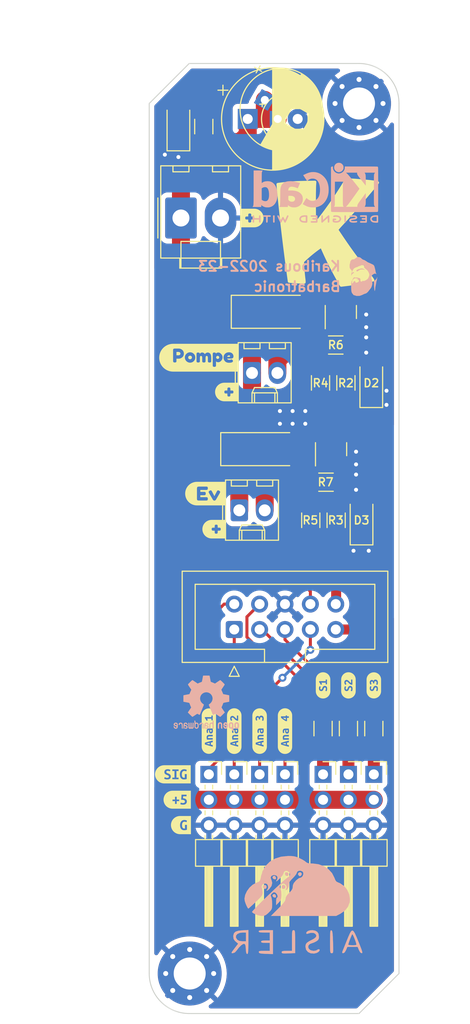
<source format=kicad_pcb>
(kicad_pcb (version 20211014) (generator pcbnew)
  (layers (0 "F.Cu" signal) (31 "B.Cu" signal) (34 "B.Paste" user) (35 "F.Paste" user) (36 "B.SilkS" user "B.Silkscreen") (37 "F.SilkS" user "F.Silkscreen") (38 "B.Mask" user) (39 "F.Mask" user) (44 "Edge.Cuts" user))
  (net 0 "")
  (net 1 "+5VP")
  (net 2 "GND")
  (net 3 "Net-(D1-Pad2)")
  (net 4 "IO_P_2")
  (net 5 "IO_P_1")
  (net 6 "IO_A_4")
  (net 7 "IO_A_3")
  (net 8 "IO_D_3")
  (net 9 "IO_D_1")
  (net 10 "IO_D_2")
  (net 11 "IO_A_2")
  (net 12 "IO_A_1")
  (net 13 "Net-(D2-Pad2)")
  (net 14 "Net-(D3-Pad2)")
  (net 15 "Net-(D4-Pad2)")
  (net 16 "Net-(D5-Pad2)")
  (net 17 "Net-(Q1-Pad1)")
  (net 18 "Net-(Q2-Pad1)")
  (net 19 "Net-(J3-Pad1)")
  (net 20 "Net-(J4-Pad1)")
  (net 21 "Net-(J5-Pad1)")
  (footprint "MountingHole:MountingHole_3.2mm_M3_Pad_Via" (layer "F.Cu") (at 156 49)
    (fp_text reference "H1" hide)
    (fp_text value "MountingHole_Pad")
    (pad "1" thru_hole circle locked (at 1.697056 -1.697056) (size 0.8 0.8) (drill 0.5) (layers *.Cu *.Mask) (net 2 "GND"))
    (pad "1" thru_hole circle locked (at 0 -2.4) (size 0.8 0.8) (drill 0.5) (layers *.Cu *.Mask) (net 2 "GND"))
    (pad "1" thru_hole circle locked (at 0 0) (size 6.4 6.4) (drill 3.2) (layers *.Cu *.Mask) (net 2 "GND"))
    (pad "1" thru_hole circle locked (at 0 2.4) (size 0.8 0.8) (drill 0.5) (layers *.Cu *.Mask) (net 2 "GND"))
    (pad "1" thru_hole circle locked (at 1.697056 1.697056) (size 0.8 0.8) (drill 0.5) (layers *.Cu *.Mask) (net 2 "GND"))
    (pad "1" thru_hole circle locked (at -1.697056 -1.697056) (size 0.8 0.8) (drill 0.5) (layers *.Cu *.Mask) (net 2 "GND"))
    (pad "1" thru_hole circle locked (at -2.4 0) (size 0.8 0.8) (drill 0.5) (layers *.Cu *.Mask) (net 2 "GND"))
    (pad "1" thru_hole circle locked (at 2.4 0) (size 0.8 0.8) (drill 0.5) (layers *.Cu *.Mask) (net 2 "GND"))
    (pad "1" thru_hole circle locked (at -1.697056 1.697056) (size 0.8 0.8) (drill 0.5) (layers *.Cu *.Mask) (net 2 "GND"))
  )
  (footprint "Footprints:PinHeader_3x01_P2.54mm_Horizontal" (layer "F.Cu") (at 140.97 118.6275 -90)
    (fp_text reference "J11" hide)
    (fp_text value "Conn_01x03")
    (pad "1" thru_hole rect (at -2.54 0 270) (size 1.7 1.7) (drill 1) (layers *.Cu *.Mask) (net 12 "IO_A_1"))
    (pad "2" thru_hole oval (at 0 0 270) (size 1.7 1.7) (drill 1) (layers *.Cu *.Mask) (net 1 "+5VP"))
    (pad "3" thru_hole oval (at 2.54 0 270) (size 1.7 1.7) (drill 1) (layers *.Cu *.Mask) (net 2 "GND"))
  )
  (footprint "Resistor_SMD:R_1206_3216Metric_Pad1.30x1.75mm_HandSolder" (layer "F.Cu") (at 157.48 111.506 90)
    (fp_text reference "R10" hide)
    (fp_text value "220")
    (pad "1" smd roundrect (at -1.55 0 90) (size 1.3 1.75) (layers "F.Cu" "F.Paste" "F.Mask") (roundrect_rratio 0.192308) (net 21 "Net-(J5-Pad1)"))
    (pad "2" smd roundrect (at 1.55 0 90) (size 1.3 1.75) (layers "F.Cu" "F.Paste" "F.Mask") (roundrect_rratio 0.192308) (net 8 "IO_D_3"))
  )
  (footprint "Resistor_SMD:R_1206_3216Metric_Pad1.30x1.75mm_HandSolder" (layer "F.Cu") (at 154.685999 76.941999 90)
    (fp_text reference "R2" (at -0.020001 0.000001 180) (layer "F.SilkS") (effects (font (size 0.8 0.8))))
    (fp_text value "1k")
    (pad "1" smd roundrect (at -1.55 0 90) (size 1.3 1.75) (layers "F.Cu" "F.Paste" "F.Mask") (roundrect_rratio 0.192308) (net 5 "IO_P_1"))
    (pad "2" smd roundrect (at 1.55 0 90) (size 1.3 1.75) (layers "F.Cu" "F.Paste" "F.Mask") (roundrect_rratio 0.192308) (net 13 "Net-(D2-Pad2)"))
  )
  (footprint "Footprints:PinHeader_3x01_P2.54mm_Horizontal" (layer "F.Cu") (at 143.509999 118.6275 -90)
    (fp_text reference "J9" hide)
    (fp_text value "Conn_01x03")
    (pad "1" thru_hole rect (at -2.54 0 270) (size 1.7 1.7) (drill 1) (layers *.Cu *.Mask) (net 11 "IO_A_2"))
    (pad "2" thru_hole oval (at 0 0 270) (size 1.7 1.7) (drill 1) (layers *.Cu *.Mask) (net 1 "+5VP"))
    (pad "3" thru_hole oval (at 2.54 0 270) (size 1.7 1.7) (drill 1) (layers *.Cu *.Mask) (net 2 "GND"))
  )
  (footprint "Footprints:PinHeader_3x01_P2.54mm_Horizontal" (layer "F.Cu") (at 152.4 118.6275 -90)
    (fp_text reference "J3" hide)
    (fp_text value "Conn_01x03")
    (pad "1" thru_hole rect (at -2.54 0 270) (size 1.7 1.7) (drill 1) (layers *.Cu *.Mask) (net 19 "Net-(J3-Pad1)"))
    (pad "2" thru_hole oval (at 0 0 270) (size 1.7 1.7) (drill 1) (layers *.Cu *.Mask) (net 1 "+5VP"))
    (pad "3" thru_hole oval (at 2.54 0 270) (size 1.7 1.7) (drill 1) (layers *.Cu *.Mask) (net 2 "GND"))
  )
  (footprint "Diode_SMD:D_SMA_Handsoldering" (layer "F.Cu") (at 146.558 83.566)
    (fp_text reference "D5" hide)
    (fp_text value "D_Small")
    (pad "1" smd rect (at -2.5 0) (size 3.5 1.8) (layers "F.Cu" "F.Paste" "F.Mask") (net 1 "+5VP"))
    (pad "2" smd rect (at 2.5 0) (size 3.5 1.8) (layers "F.Cu" "F.Paste" "F.Mask") (net 16 "Net-(D5-Pad2)"))
  )
  (footprint "Package_TO_SOT_SMD:SOT-23" (layer "F.Cu") (at 153.202 83.566001 90)
    (fp_text reference "Q2" hide)
    (fp_text value "AO3400A")
    (pad "1" smd roundrect (at -0.9375 -0.95 90) (size 1.475 0.6) (layers "F.Cu" "F.Paste" "F.Mask") (net 18 "Net-(Q2-Pad1)"))
    (pad "2" smd roundrect (at -0.9375 0.95 90) (size 1.475 0.6) (layers "F.Cu" "F.Paste" "F.Mask") (net 2 "GND"))
    (pad "3" smd roundrect (at 0.9375 0 90) (size 1.475 0.6) (layers "F.Cu" "F.Paste" "F.Mask") (net 16 "Net-(D5-Pad2)"))
  )
  (footprint "Capacitor_THT:CP_Radial_D8.0mm_P3.80mm" (layer "F.Cu") (at 146.569103 48.646 -30)
    (fp_text reference "C2" hide)
    (fp_text value "C_Polarized_Small")
    (pad "1" thru_hole rect (at 0 0 330) (size 1.6 1.6) (drill 0.8) (layers *.Cu *.Mask) (net 1 "+5VP"))
    (pad "2" thru_hole circle (at 3.8 0 330) (size 1.6 1.6) (drill 0.8) (layers *.Cu *.Mask) (net 2 "GND"))
  )
  (footprint "kibuzzard-62FC16AF" (layer "F.Cu") (at 152.4 107.188 90)
    (fp_text reference "kibuzzard-62FC16AF" hide)
    (fp_text value "G***" hide)
  )
  (footprint "LED_SMD:LED_1206_3216Metric_Pad1.42x1.75mm_HandSolder" (layer "F.Cu") (at 137.922 51.2715 90)
    (fp_text reference "D1" hide)
    (fp_text value "LED_Small")
    (pad "1" smd roundrect (at -1.4875 0 90) (size 1.425 1.75) (layers "F.Cu" "F.Paste" "F.Mask") (roundrect_rratio 0.175439) (net 2 "GND"))
    (pad "2" smd roundrect (at 1.4875 0 90) (size 1.425 1.75) (layers "F.Cu" "F.Paste" "F.Mask") (roundrect_rratio 0.175439) (net 3 "Net-(D1-Pad2)"))
  )
  (footprint "kibuzzard-62FC16D7" (layer "F.Cu") (at 146.05 111.76 90)
    (fp_text reference "kibuzzard-62FC16D7" hide)
    (fp_text value "G***" hide)
  )
  (footprint "kibuzzard-62FC1B41" (layer "F.Cu") (at 139.954 74.422)
    (fp_text reference "kibuzzard-62FC1B41" hide)
    (fp_text value "G***" hide)
  )
  (footprint "Resistor_SMD:R_1206_3216Metric_Pad1.30x1.75mm_HandSolder" (layer "F.Cu") (at 152.694 86.868001)
    (fp_text reference "R7" (at -0.04 -0.000001) (layer "F.SilkS") (effects (font (size 0.8 0.8))))
    (fp_text value "10K")
    (pad "1" smd roundrect (at -1.55 0) (size 1.3 1.75) (layers "F.Cu" "F.Paste" "F.Mask") (roundrect_rratio 0.192308) (net 18 "Net-(Q2-Pad1)"))
    (pad "2" smd roundrect (at 1.55 0) (size 1.3 1.75) (layers "F.Cu" "F.Paste" "F.Mask") (roundrect_rratio 0.192308) (net 2 "GND"))
  )
  (footprint "MountingHole:MountingHole_3.2mm_M3_Pad_Via" (layer "F.Cu") (at 139.05 136)
    (fp_text reference "H2" hide)
    (fp_text value "MountingHole_Pad")
    (pad "1" thru_hole circle locked (at -2.4 0) (size 0.8 0.8) (drill 0.5) (layers *.Cu *.Mask) (net 2 "GND"))
    (pad "1" thru_hole circle locked (at 1.697056 -1.697056) (size 0.8 0.8) (drill 0.5) (layers *.Cu *.Mask) (net 2 "GND"))
    (pad "1" thru_hole circle locked (at -1.697056 -1.697056) (size 0.8 0.8) (drill 0.5) (layers *.Cu *.Mask) (net 2 "GND"))
    (pad "1" thru_hole circle locked (at 0 0) (size 6.4 6.4) (drill 3.2) (layers *.Cu *.Mask) (net 2 "GND"))
    (pad "1" thru_hole circle locked (at 1.697056 1.697056) (size 0.8 0.8) (drill 0.5) (layers *.Cu *.Mask) (net 2 "GND"))
    (pad "1" thru_hole circle locked (at 0 -2.4) (size 0.8 0.8) (drill 0.5) (layers *.Cu *.Mask) (net 2 "GND"))
    (pad "1" thru_hole circle locked (at -1.697056 1.697056) (size 0.8 0.8) (drill 0.5) (layers *.Cu *.Mask) (net 2 "GND"))
    (pad "1" thru_hole circle locked (at 2.4 0) (size 0.8 0.8) (drill 0.5) (layers *.Cu *.Mask) (net 2 "GND"))
    (pad "1" thru_hole circle locked (at 0 2.4) (size 0.8 0.8) (drill 0.5) (layers *.Cu *.Mask) (net 2 "GND"))
  )
  (footprint "LED_SMD:LED_1206_3216Metric_Pad1.42x1.75mm_HandSolder" (layer "F.Cu") (at 156.249999 90.678 90)
    (fp_text reference "D3" (at 0 0 180) (layer "F.SilkS") (effects (font (size 0.8 0.8))))
    (fp_text value "LED_Small")
    (pad "1" smd roundrect (at -1.4875 0 90) (size 1.425 1.75) (layers "F.Cu" "F.Paste" "F.Mask") (roundrect_rratio 0.175439) (net 2 "GND"))
    (pad "2" smd roundrect (at 1.4875 0 90) (size 1.425 1.75) (layers "F.Cu" "F.Paste" "F.Mask") (roundrect_rratio 0.175439) (net 14 "Net-(D3-Pad2)"))
  )
  (footprint "kibuzzard-62FC16DC" (layer "F.Cu") (at 148.59 111.76 90)
    (fp_text reference "kibuzzard-62FC16DC" hide)
    (fp_text value "G***" hide)
  )
  (footprint "kibuzzard-62FC1A81" (layer "F.Cu") (at 142.748 77.851 180)
    (fp_text reference "kibuzzard-62FC1A81" hide)
    (fp_text value "G***" hide)
  )
  (footprint "Capacitor_THT:CP_Radial_D10.0mm_P5.00mm" (layer "F.Cu") (at 144.86 50.546)
    (fp_text reference "C1" hide)
    (fp_text value "C_Polarized_Small")
    (pad "1" thru_hole rect (at 0 0) (size 2 2) (drill 1) (layers *.Cu *.Mask) (net 1 "+5VP"))
    (pad "2" thru_hole circle (at 5 0) (size 2 2) (drill 1) (layers *.Cu *.Mask) (net 2 "GND"))
  )
  (footprint "kibuzzard-62FC16AA" (layer "F.Cu") (at 154.94 107.188 90)
    (fp_text reference "kibuzzard-62FC16AA" hide)
    (fp_text value "G***" hide)
  )
  (footprint "Resistor_SMD:R_1206_3216Metric_Pad1.30x1.75mm_HandSolder" (layer "F.Cu") (at 154.94 111.506 90)
    (fp_text reference "R9" hide)
    (fp_text value "220")
    (pad "1" smd roundrect (at -1.55 0 90) (size 1.3 1.75) (layers "F.Cu" "F.Paste" "F.Mask") (roundrect_rratio 0.192308) (net 20 "Net-(J4-Pad1)"))
    (pad "2" smd roundrect (at 1.55 0 90) (size 1.3 1.75) (layers "F.Cu" "F.Paste" "F.Mask") (roundrect_rratio 0.192308) (net 10 "IO_D_2"))
  )
  (footprint "Footprints:PinHeader_3x01_P2.54mm_Horizontal" (layer "F.Cu") (at 148.59 118.6275 -90)
    (fp_text reference "J10" hide)
    (fp_text value "Conn_01x03")
    (pad "1" thru_hole rect (at -2.54 0 270) (size 1.7 1.7) (drill 1) (layers *.Cu *.Mask) (net 6 "IO_A_4"))
    (pad "2" thru_hole oval (at 0 0 270) (size 1.7 1.7) (drill 1) (layers *.Cu *.Mask) (net 1 "+5VP"))
    (pad "3" thru_hole oval (at 2.54 0 270) (size 1.7 1.7) (drill 1) (layers *.Cu *.Mask) (net 2 "GND"))
  )
  (footprint "kibuzzard-62FC1F82" (layer "F.Cu") (at 137.371939 116.081434)
    (fp_text reference "kibuzzard-62FC1F82" hide)
    (fp_text value "G***" hide)
  )
  (footprint "Connector_Molex:Molex_KK-254_AE-6410-02A_1x02_P2.54mm_Vertical" (layer "F.Cu") (at 145.287999 75.945999)
    (fp_text reference "J7" hide)
    (fp_text value "CON_PUMP")
    (pad "1" thru_hole roundrect (at 0 0) (size 1.74 2.19) (drill 1.19) (layers *.Cu *.Mask) (roundrect_rratio 0.143678) (net 1 "+5VP"))
    (pad "2" thru_hole oval (at 2.54 0) (size 1.74 2.19) (drill 1.19) (layers *.Cu *.Mask) (net 15 "Net-(D4-Pad2)"))
  )
  (footprint "Resistor_SMD:R_1206_3216Metric_Pad1.30x1.75mm_HandSolder" (layer "F.Cu") (at 151.17 90.678 90)
    (fp_text reference "R5" (at 0 -0.04) (layer "F.SilkS") (effects (font (size 0.8 0.8))))
    (fp_text value "270R")
    (pad "1" smd roundrect (at -1.55 0 90) (size 1.3 1.75) (layers "F.Cu" "F.Paste" "F.Mask") (roundrect_rratio 0.192308) (net 4 "IO_P_2"))
    (pad "2" smd roundrect (at 1.55 0 90) (size 1.3 1.75) (layers "F.Cu" "F.Paste" "F.Mask") (roundrect_rratio 0.192308) (net 18 "Net-(Q2-Pad1)"))
  )
  (footprint "Footprints:PinHeader_3x01_P2.54mm_Horizontal" (layer "F.Cu") (at 146.049999 118.627497 -90)
    (fp_text reference "J6" hide)
    (fp_text value "Conn_01x03")
    (pad "1" thru_hole rect (at -2.54 0 270) (size 1.7 1.7) (drill 1) (layers *.Cu *.Mask) (net 7 "IO_A_3"))
    (pad "2" thru_hole oval (at 0 0 270) (size 1.7 1.7) (drill 1) (layers *.Cu *.Mask) (net 1 "+5VP"))
    (pad "3" thru_hole oval (at 2.54 0 270) (size 1.7 1.7) (drill 1) (layers *.Cu *.Mask) (net 2 "GND"))
  )
  (footprint "kibuzzard-62FC1A81" (layer "F.Cu") (at 145.288 60.452)
    (fp_text reference "kibuzzard-62FC1A81" hide)
    (fp_text value "G***" hide)
  )
  (footprint "Connector_Molex:Molex_KK-254_AE-6410-02A_1x02_P2.54mm_Vertical" (layer "F.Cu") (at 144.018 89.682)
    (fp_text reference "J8" hide)
    (fp_text value "CON_EV")
    (pad "1" thru_hole roundrect (at 0 0) (size 1.74 2.19) (drill 1.19) (layers *.Cu *.Mask) (roundrect_rratio 0.143678) (net 1 "+5VP"))
    (pad "2" thru_hole oval (at 2.54 0) (size 1.74 2.19) (drill 1.19) (layers *.Cu *.Mask) (net 16 "Net-(D5-Pad2)"))
  )
  (footprint "Resistor_SMD:R_1206_3216Metric_Pad1.30x1.75mm_HandSolder" (layer "F.Cu") (at 153.71 90.678 90)
    (fp_text reference "R3" (at 0 -0.04 180) (layer "F.SilkS") (effects (font (size 0.8 0.8))))
    (fp_text value "1k")
    (pad "1" smd roundrect (at -1.55 0 90) (size 1.3 1.75) (layers "F.Cu" "F.Paste" "F.Mask") (roundrect_rratio 0.192308) (net 4 "IO_P_2"))
    (pad "2" smd roundrect (at 1.55 0 90) (size 1.3 1.75) (layers "F.Cu" "F.Paste" "F.Mask") (roundrect_rratio 0.192308) (net 14 "Net-(D3-Pad2)"))
  )
  (footprint "Footprints:PinHeader_3x01_P2.54mm_Horizontal" (layer "F.Cu") (at 157.48 118.6275 -90)
    (fp_text reference "J5" hide)
    (fp_text value "Conn_01x03")
    (pad "1" thru_hole rect (at -2.54 0 270) (size 1.7 1.7) (drill 1) (layers *.Cu *.Mask) (net 21 "Net-(J5-Pad1)"))
    (pad "2" thru_hole oval (at 0 0 270) (size 1.7 1.7) (drill 1) (layers *.Cu *.Mask) (net 1 "+5VP"))
    (pad "3" thru_hole oval (at 2.54 0 270) (size 1.7 1.7) (drill 1) (layers *.Cu *.Mask) (net 2 "GND"))
  )
  (footprint "Footprints:PinHeader_3x01_P2.54mm_Horizontal" (layer "F.Cu") (at 154.939999 118.6275 -90)
    (fp_text reference "J4" hide)
    (fp_text value "Conn_01x03")
    (pad "1" thru_hole rect (at -2.54 0 270) (size 1.7 1.7) (drill 1) (layers *.Cu *.Mask) (net 20 "Net-(J4-Pad1)"))
    (pad "2" thru_hole oval (at 0 0 270) (size 1.7 1.7) (drill 1) (layers *.Cu *.Mask) (net 1 "+5VP"))
    (pad "3" thru_hole oval (at 2.54 0 270) (size 1.7 1.7) (drill 1) (layers *.Cu *.Mask) (net 2 "GND"))
  )
  (footprint "Resistor_SMD:R_1206_3216Metric_Pad1.30x1.75mm_HandSolder" (layer "F.Cu") (at 153.669999 73.152)
    (fp_text reference "R6" (at 0.000001 0) (layer "F.SilkS") (effects (font (size 0.8 0.8))))
    (fp_text value "10K")
    (pad "1" smd roundrect (at -1.55 0) (size 1.3 1.75) (layers "F.Cu" "F.Paste" "F.Mask") (roundrect_rratio 0.192308) (net 17 "Net-(Q1-Pad1)"))
    (pad "2" smd roundrect (at 1.55 0) (size 1.3 1.75) (layers "F.Cu" "F.Paste" "F.Mask") (roundrect_rratio 0.192308) (net 2 "GND"))
  )
  (footprint "kibuzzard-62FC1F7D" (layer "F.Cu") (at 138.176 121.158)
    (fp_text reference "kibuzzard-62FC1F7D" hide)
    (fp_text value "G***" hide)
  )
  (footprint "kibuzzard-62FC16D3" (layer "F.Cu") (at 143.51 111.76 90)
    (fp_text reference "kibuzzard-62FC16D3" hide)
    (fp_text value "G***" hide)
  )
  (footprint "kibuzzard-62FC16BD" (layer "F.Cu") (at 140.97 111.76 90)
    (fp_text reference "kibuzzard-62FC16BD" hide)
    (fp_text value "G***" hide)
  )
  (footprint "Resistor_SMD:R_1206_3216Metric_Pad1.30x1.75mm_HandSolder" (layer "F.Cu") (at 140.462 51.308 90)
    (fp_text reference "R1" hide)
    (fp_text value "R_Small")
    (pad "1" smd roundrect (at -1.55 0 90) (size 1.3 1.75) (layers "F.Cu" "F.Paste" "F.Mask") (roundrect_rratio 0.192308) (net 1 "+5VP"))
    (pad "2" smd roundrect (at 1.55 0 90) (size 1.3 1.75) (layers "F.Cu" "F.Paste" "F.Mask") (roundrect_rratio 0.192308) (net 3 "Net-(D1-Pad2)"))
  )
  (footprint "Diode_SMD:D_SMA_Handsoldering" (layer "F.Cu") (at 147.614 69.829999)
    (fp_text reference "D4" hide)
    (fp_text value "D_Small")
    (pad "1" smd rect (at -2.5 0) (size 3.5 1.8) (layers "F.Cu" "F.Paste" "F.Mask") (net 1 "+5VP"))
    (pad "2" smd rect (at 2.5 0) (size 3.5 1.8) (layers "F.Cu" "F.Paste" "F.Mask") (net 15 "Net-(D4-Pad2)"))
  )
  (footprint "kibuzzard-62FC1B50" (layer "F.Cu") (at 140.589 88.011)
    (fp_text reference "kibuzzard-62FC1B50" hide)
    (fp_text value "G***" hide)
  )
  (footprint "Capacitor_THT:CP_Radial_D5.0mm_P2.00mm" (layer "F.Cu") (at 147.86 50.546)
    (fp_text reference "C3" (at 1 -3.75) (layer "F.SilkS"))
    (fp_text value "C_Polarized_Small")
    (pad "1" thru_hole rect (at 0 0) (size 1.6 1.6) (drill 0.8) (layers *.Cu *.Mask) (net 1 "+5VP"))
    (pad "2" thru_hole circle (at 2 0) (size 1.6 1.6) (drill 0.8) (layers *.Cu *.Mask) (net 2 "GND"))
  )
  (footprint "kibuzzard-62FC1F79" (layer "F.Cu") (at 137.800997 118.618)
    (fp_text reference "kibuzzard-62FC1F79" hide)
    (fp_text value "G***" hide)
  )
  (footprint "LED_SMD:LED_1206_3216Metric_Pad1.42x1.75mm_HandSolder" (layer "F.Cu") (at 157.225998 76.941999 90)
    (fp_text reference "D2" (at -0.020001 0 180) (layer "F.SilkS") (effects (font (size 0.8 0.8))))
    (fp_text value "LED_Small")
    (pad "1" smd roundrect (at -1.4875 0 90) (size 1.425 1.75) (layers "F.Cu" "F.Paste" "F.Mask") (roundrect_rratio 0.175439) (net 2 "GND"))
    (pad "2" smd roundrect (at 1.4875 0 90) (size 1.425 1.75) (layers "F.Cu" "F.Paste" "F.Mask") (roundrect_rratio 0.175439) (net 13 "Net-(D2-Pad2)"))
  )
  (footprint "Resistor_SMD:R_1206_3216Metric_Pad1.30x1.75mm_HandSolder" (layer "F.Cu") (at 152.399999 111.506 90)
    (fp_text reference "R8" hide)
    (fp_text value "220")
    (pad "1" smd roundrect (at -1.55 0 90) (size 1.3 1.75) (layers "F.Cu" "F.Paste" "F.Mask") (roundrect_rratio 0.192308) (net 19 "Net-(J3-Pad1)"))
    (pad "2" smd roundrect (at 1.55 0 90) (size 1.3 1.75) (layers "F.Cu" "F.Paste" "F.Mask") (roundrect_rratio 0.192308) (net 9 "IO_D_1"))
  )
  (footprint "kibuzzard-62FC16A6" (layer "F.Cu") (at 157.48 107.188 90)
    (fp_text reference "kibuzzard-62FC16A6" hide)
    (fp_text value "G***" hide)
  )
  (footprint "Connector_Molex:Molex_KK-396_A-41791-0002_1x02_P3.96mm_Vertical" (layer "F.Cu") (at 138.176 60.452)
    (fp_text reference "J2" hide)
    (fp_text value "Conn_01x02")
    (pad "1" thru_hole roundrect (at 0 0) (size 3.16 4.1) (drill 1.7) (layers *.Cu *.Mask) (roundrect_rratio 0.079114) (net 1 "+5VP"))
    (pad "2" thru_hole oval (at 3.96 0) (size 3.16 4.1) (drill 1.7) (layers *.Cu *.Mask) (net 2 "GND"))
  )
  (footprint "Connector_IDC:IDC-Header_2x05_P2.54mm_Vertical" (layer "F.Cu") (at 143.51 101.6 90)
    (fp_text reference "J1" hide)
    (fp_text value "Conn_02x05_Odd_Even")
    (pad "1" thru_hole roundrect (at 0 0 90) (size 1.7 1.7) (drill 1) (layers *.Cu *.Mask) (roundrect_rratio 0.147059) (net 7 "IO_A_3"))
    (pad "2" thru_hole circle (at 2.54 0 90) (size 1.7 1.7) (drill 1) (layers *.Cu *.Mask) (net 11 "IO_A_2"))
    (pad "3" thru_hole circle (at 0 2.54 90) (size 1.7 1.7) (drill 1) (layers *.Cu *.Mask) (net 10 "IO_D_2"))
    (pad "4" thru_hole circle (at 2.54 2.54 90) (size 1.7 1.7) (drill 1) (layers *.Cu *.Mask) (net 9 "IO_D_1"))
    (pad "5" thru_hole circle (at 0 5.08 90) (size 1.7 1.7) (drill 1) (layers *.Cu *.Mask) (net 8 "IO_D_3"))
    (pad "6" thru_hole circle (at 2.54 5.08 90) (size 1.7 1.7) (drill 1) (layers *.Cu *.Mask) (net 2 "GND"))
    (pad "7" thru_hole circle (at 0 7.62 90) (size 1.7 1.7) (drill 1) (layers *.Cu *.Mask) (net 6 "IO_A_4"))
    (pad "8" thru_hole circle (at 2.54 7.62 90) (size 1.7 1.7) (drill 1) (layers *.Cu *.Mask) (net 12 "IO_A_1"))
    (pad "9" thru_hole circle (at 0 10.16 90) (size 1.7 1.7) (drill 1) (layers *.Cu *.Mask) (net 5 "IO_P_1"))
    (pad "10" thru_hole circle (at 2.54 10.16 90) (size 1.7 1.7) (drill 1) (layers *.Cu *.Mask) (net 4 "IO_P_2"))
  )
  (footprint "Resistor_SMD:R_1206_3216Metric_Pad1.30x1.75mm_HandSolder" (layer "F.Cu") (at 152.145999 76.941999 90)
    (fp_text reference "R4" (at -0.020001 0.000001 180) (layer "F.SilkS") (effects (font (size 0.8 0.8))))
    (fp_text value "270R")
    (pad "1" smd roundrect (at -1.55 0 90) (size 1.3 1.75) (layers "F.Cu" "F.Paste" "F.Mask") (roundrect_rratio 0.192308) (net 5 "IO_P_1"))
    (pad "2" smd roundrect (at 1.55 0 90) (size 1.3 1.75) (layers "F.Cu" "F.Paste" "F.Mask") (roundrect_rratio 0.192308) (net 17 "Net-(Q1-Pad1)"))
  )
  (footprint "kibuzzard-62FC1A81" (layer "F.Cu") (at 141.478 91.567 180)
    (fp_text reference "kibuzzard-62FC1A81" hide)
    (fp_text value "G***" hide)
  )
  (footprint "Package_TO_SOT_SMD:SOT-23" (layer "F.Cu") (at 154.177999 69.85 90)
    (fp_text reference "Q1" hide)
    (fp_text value "AO3400A")
    (pad "1" smd roundrect (at -0.9375 -0.95 90) (size 1.475 0.6) (layers "F.Cu" "F.Paste" "F.Mask") (net 17 "Net-(Q1-Pad1)"))
    (pad "2" smd roundrect (at -0.9375 0.95 90) (size 1.475 0.6) (layers "F.Cu" "F.Paste" "F.Mask") (net 2 "GND"))
    (pad "3" smd roundrect (at 0.9375 0 90) (size 1.475 0.6) (layers "F.Cu" "F.Paste" "F.Mask") (net 15 "Net-(D4-Pad2)"))
  )
  (footprint "LOGO" (layer "B.Cu") (at 156.464 66.294 180)
    (fp_text reference "G***" hide)
    (fp_text value "LOGO" hide)
  )
  (footprint "Symbol:KiCad-Logo2_5mm_SilkScreen" (layer "B.Cu") (at 151.638 57.912 180)
    (fp_text reference "REF**" hide)
    (fp_text value "KiCad-Logo2_5mm_SilkScreen" hide)
  )
  (footprint "aisler:aisler_15x12mm" (layer "B.Cu") (at 149.606 129.286 180)
    (fp_text reference "G***" hide)
    (fp_text value "LOGO" hide)
  )
  (footprint "Symbol:OSHW-Logo2_7.3x6mm_SilkScreen" (layer "B.Cu") (at 140.716 108.966 180)
    (fp_text reference "REF**" hide)
    (fp_text value "OSHW-Logo2_7.3x6mm_SilkScreen" hide)
  )
  (gr_poly (pts (xy 153.944119 66.725869) (xy 153.740248 66.362455) (xy 153.535839 65.987194) (xy 153.333566 65.605352) (xy 153.136107 65.222194) (xy 152.946136 64.842986) (xy 152.766332 64.472995) (xy 152.599368 64.117485) (xy 152.447922 63.781723) (xy 152.230174 63.287453) (xy 151.991175 63.454007) (xy 151.82517 63.572426) (xy 151.653796 63.69995) (xy 151.478359 63.835516) (xy 151.300165 63.978063) (xy 151.12052 64.126528) (xy 150.940731 64.279849) (xy 150.762104 64.436963) (xy 150.585944 64.596809) (xy 150.366412 64.799189) (xy 150.37215 65.026137) (xy 150.377787 65.158656) (xy 150.388552 65.332155) (xy 150.42138 65.754299) (xy 150.462465 66.196985) (xy 150.483552 66.396161) (xy 150.503639 66.564627) (xy 150.511077 66.626152) (xy 150.517117 66.684105) (xy 150.52169 66.737178) (xy 150.524728 66.784064) (xy 150.526164 66.823453) (xy 150.52593 66.854038) (xy 150.525166 66.865621) (xy 150.523958 66.874512) (xy 150.5223 66.880547) (xy 150.520181 66.883565) (xy 150.503008 66.885874) (xy 150.463559 66.886611) (xy 150.329197 66.883953) (xy 149.918148 66.866201) (xy 149.468832 66.839666) (xy 149.286636 66.826029) (xy 149.163049 66.813706) (xy 149.001845 66.792742) (xy 148.860554 65.771237) (xy 148.705881 64.620573) (xy 148.54569 63.37151) (xy 148.39282 62.126349) (xy 148.260112 60.987391) (xy 148.009719 58.601196) (xy 147.904644 57.530401) (xy 147.866976 57.078067) (xy 147.904572 57.070782) (xy 148.001045 57.057471) (xy 148.32173 57.018469) (xy 148.731243 56.972445) (xy 149.131795 56.930789) (xy 149.244428 56.921381) (xy 149.389023 56.911911) (xy 149.750136 56.893812) (xy 150.167211 56.878547) (xy 150.592323 56.868171) (xy 151.593916 56.850602) (xy 151.569415 57.276716) (xy 151.55352 58.043904) (xy 151.550881 59.228105) (xy 151.560132 60.352207) (xy 151.568789 60.742622) (xy 151.579906 60.939096) (xy 151.604132 61.096042) (xy 152.036356 60.539375) (xy 152.394948 60.070275) (xy 152.748598 59.593314) (xy 153.094533 59.112526) (xy 153.429983 58.631945) (xy 153.752173 58.155604) (xy 154.058333 57.687537) (xy 154.34569 57.231779) (xy 154.611472 56.792362) (xy 154.71209 56.622111) (xy 154.890733 56.622111) (xy 155.193452 56.631511) (xy 155.606886 56.656843) (xy 156.583614 56.738096) (xy 157.055769 56.785411) (xy 157.456357 56.83145) (xy 157.739811 56.87191) (xy 157.823371 56.888703) (xy 157.860558 56.902489) (xy 157.863663 56.905481) (xy 157.864338 56.906214) (xy 157.864946 56.906973) (xy 157.865476 56.907776) (xy 157.865914 56.908637) (xy 157.866247 56.909574) (xy 157.866463 56.910602) (xy 157.866549 56.911739) (xy 157.866492 56.913) (xy 157.866279 56.914401) (xy 157.865898 56.91596) (xy 157.865335 56.917692) (xy 157.864579 56.919614) (xy 157.863615 56.921741) (xy 157.862432 56.924091) (xy 157.861017 56.92668) (xy 157.859356 56.929524) (xy 157.857438 56.932638) (xy 157.855248 56.936041) (xy 157.850006 56.943774) (xy 157.843528 56.952852) (xy 157.83571 56.963408) (xy 157.826452 56.975571) (xy 157.81565 56.989471) (xy 157.803202 57.005239) (xy 157.789007 57.023007) (xy 157.772961 57.042903) (xy 157.754963 57.06506) (xy 157.73491 57.089607) (xy 157.712699 57.116674) (xy 157.661398 57.178895) (xy 157.600242 57.252765) (xy 157.52841 57.339329) (xy 157.349452 57.554719) (xy 156.509729 58.553215) (xy 155.700953 59.491211) (xy 154.944442 60.344309) (xy 154.261518 61.088117) (xy 154.158269 61.199188) (xy 154.065885 61.300663) (xy 153.98545 61.391252) (xy 153.918048 61.469671) (xy 153.864762 61.53463) (xy 153.826676 61.584843) (xy 153.813672 61.604017) (xy 153.804873 61.619022) (xy 153.800417 61.629696) (xy 153.799859 61.633359) (xy 153.800438 61.63588) (xy 153.867394 61.741479) (xy 153.98476 61.919371) (xy 154.318713 62.415411) (xy 154.698294 62.970751) (xy 155.019498 63.432141) (xy 155.453024 64.032498) (xy 156.004917 64.780816) (xy 156.578373 65.546828) (xy 157.076587 66.20027) (xy 157.145123 66.289833) (xy 157.208231 66.374171) (xy 157.26459 66.451384) (xy 157.312877 66.519569) (xy 157.351772 66.576823) (xy 157.379951 66.621246) (xy 157.38961 66.638051) (xy 157.396094 66.650934) (xy 157.399238 66.659659) (xy 157.399506 66.662387) (xy 157.398878 66.663987) (xy 157.383669 66.670656) (xy 157.349592 66.680619) (xy 157.231916 66.709014) (xy 157.060008 66.746335) (xy 156.84803 66.789748) (xy 156.360501 66.883506) (xy 156.11327 66.92818) (xy 155.882607 66.967604) (xy 155.562923 67.017302) (xy 155.192401 67.069663) (xy 154.782068 67.123191) (xy 154.342949 67.17639) (xy 154.209709 67.191952) (xy 153.944119 66.725869)) (layer "F.SilkS") (width 0.264582) (fill solid))
  (gr_line locked (start 135 49) (end 139 45) (layer "Edge.Cuts") (width 0.1))
  (gr_line (start 156 140) (end 139 140) (layer "Edge.Cuts") (width 0.1))
  (gr_line (start 135 136) (end 135 49) (layer "Edge.Cuts") (width 0.1))
  (gr_arc locked (start 156 45) (mid 158.828427 46.171573) (end 160 49) (layer "Edge.Cuts") (width 0.1))
  (gr_line (start 160 136) (end 156 140) (layer "Edge.Cuts") (width 0.1))
  (gr_line (start 160 49) (end 160 136) (layer "Edge.Cuts") (width 0.1))
  (gr_line locked (start 139 45) (end 156 45) (layer "Edge.Cuts") (width 0.1))
  (gr_arc (start 139 140) (mid 136.171573 138.828427) (end 135 136) (layer "Edge.Cuts") (width 0.1))
  (gr_text "Barbatronic" (at 149.8092 67.31) (layer "B.SilkS") (effects (font (size 1 1) (thickness 0.2)) (justify mirror)))
  (gr_text "Karibous 2022-23" (at 147.0152 65.278) (layer "B.SilkS") (effects (font (size 1 1) (thickness 0.2)) (justify mirror)))
  (segment (start 152.4 118.6275) (end 148.59 118.6275) (width 1.8) (layer "F.Cu") (net 1))
  (segment (start 145.287999 75.945999) (end 145.287999 70.003998) (width 1.8) (layer "F.Cu") (net 1))
  (segment (start 144.86 50.546) (end 146.2024 50.546) (width 1.8) (layer "F.Cu") (net 1))
  (segment (start 140.462 52.858) (end 140.462 54.864) (width 1.8) (layer "F.Cu") (net 1))
  (segment (start 136.906 116.332) (end 139.2015 118.6275) (width 1.8) (layer "F.Cu") (net 1))
  (segment (start 136.906 66.548) (end 136.906 116.332) (width 1.8) (layer "F.Cu") (net 1))
  (segment (start 157.48 118.6275) (end 154.939999 118.6275) (width 1.8) (layer "F.Cu") (net 1))
  (segment (start 144.86 50.546) (end 146.057349 50.546) (width 1.8) (layer "F.Cu") (net 1))
  (segment (start 143.509999 118.6275) (end 146.049996 118.6275) (width 1.8) (layer "F.Cu") (net 1))
  (segment (start 146.2024 50.546) (end 146.569103 50.179297) (width 1.8) (layer "F.Cu") (net 1))
  (segment (start 146.049996 118.6275) (end 146.049999 118.627497) (width 1.8) (layer "F.Cu") (net 1))
  (segment (start 138.176 65.278) (end 138.176 60.452) (width 1.8) (layer "F.Cu") (net 1))
  (segment (start 144.119 52.858) (end 144.86 52.117) (width 1.8) (layer "F.Cu") (net 1))
  (segment (start 144.018 89.682) (end 144.018 83.606) (width 1.8) (layer "F.Cu") (net 1))
  (segment (start 140.462 54.864) (end 138.176 57.15) (width 1.8) (layer "F.Cu") (net 1))
  (segment (start 144.86 52.117) (end 144.86 50.546) (width 1.8) (layer "F.Cu") (net 1))
  (segment (start 144.018 83.606) (end 144.058 83.566) (width 1.8) (layer "F.Cu") (net 1))
  (segment (start 144.058 80.478) (end 144.058 83.566) (width 1.8) (layer "F.Cu") (net 1))
  (segment (start 148.589997 118.627497) (end 148.59 118.6275) (width 1.8) (layer "F.Cu") (net 1))
  (segment (start 145.287999 75.945999) (end 145.287999 79.248001) (width 1.8) (layer "F.Cu") (net 1))
  (segment (start 139.2015 118.6275) (end 143.509999 118.6275) (width 1.8) (layer "F.Cu") (net 1))
  (segment (start 146.569103 50.179297) (end 146.569103 48.646) (width 1.8) (layer "F.Cu") (net 1))
  (segment (start 147.86 50.546) (end 146.057349 50.546) (width 1.8) (layer "F.Cu") (net 1))
  (segment (start 138.176 57.15) (end 138.176 60.452) (width 1.8) (layer "F.Cu") (net 1))
  (segment (start 146.049999 118.627497) (end 148.589997 118.627497) (width 1.8) (layer "F.Cu") (net 1))
  (segment (start 154.939999 118.6275) (end 152.4 118.6275) (width 1.8) (layer "F.Cu") (net 1))
  (segment (start 145.114 69.829999) (end 142.727999 69.829999) (width 1.8) (layer "F.Cu") (net 1))
  (segment (start 145.287999 79.248001) (end 144.058 80.478) (width 1.8) (layer "F.Cu") (net 1))
  (segment (start 145.287999 70.003998) (end 145.114 69.829999) (width 1.8) (layer "F.Cu") (net 1))
  (segment (start 140.462 52.858) (end 144.119 52.858) (width 1.8) (layer "F.Cu") (net 1))
  (segment (start 138.176 65.278) (end 136.906 66.548) (width 1.8) (layer "F.Cu") (net 1))
  (segment (start 142.727999 69.829999) (end 138.176 65.278) (width 1.8) (layer "F.Cu") (net 1))
  (segment (start 155.219999 73.152) (end 155.956 73.152) (width 0.6) (layer "F.Cu") (net 2))
  (segment (start 156.1315 70.7875) (end 156.718 71.374) (width 0.6) (layer "F.Cu") (net 2))
  (segment (start 156.0345 70.7875) (end 156.718 70.104) (width 0.6) (layer "F.Cu") (net 2))
  (segment (start 155.956 73.152) (end 156.718 73.914) (width 0.6) (layer "F.Cu") (net 2))
  (segment (start 158.044501 78.429499) (end 157.225998 78.429499) (width 0.6) (layer "F.Cu") (net 2))
  (segment (start 158.75 77.724) (end 158.044501 78.429499) (width 0.6) (layer "F.Cu") (net 2))
  (segment (start 154.939999 86.868001) (end 155.702 86.106) (width 0.6) (layer "F.Cu") (net 2))
  (segment (start 158.747328 79.137234) (end 158.039593 78.429499) (width 0.6) (layer "F.Cu") (net 2))
  (segment (start 137.922 52.759) (end 137.922 52.760198) (width 0.3) (layer "F.Cu") (net 2))
  (segment (start 156.249999 92.1655) (end 156.249999 93.003999) (width 0.6) (layer "F.Cu") (net 2))
  (segment (start 154.940001 86.868001) (end 155.702 87.63) (width 0.6) (layer "F.Cu") (net 2))
  (segment (start 156.249999 93.003999) (end 156.972 93.726) (width 0.6) (layer "F.Cu") (net 2))
  (segment (start 156.249999 92.1655) (end 156.249999 92.924001) (width 0.6) (layer "F.Cu") (net 2))
  (segment (start 154.152 84.503501) (end 155.018499 84.503501) (width 0.6) (layer "F.Cu") (net 2))
  (segment (start 155.127999 70.7875) (end 156.1315 70.7875) (width 0.6) (layer "F.Cu") (net 2))
  (segment (start 154.244 86.868001) (end 154.939999 86.868001) (width 0.6) (layer "F.Cu") (net 2))
  (segment (start 154.152 84.503501) (end 155.115501 84.503501) (width 0.6) (layer "F.Cu") (net 2))
  (segment (start 155.115501 84.503501) (end 155.702 85.09) (width 0.6) (layer "F.Cu") (net 2))
  (segment (start 155.127999 70.7875) (end 156.0345 70.7875) (width 0.6) (layer "F.Cu") (net 2))
  (segment (start 155.956 73.152) (end 156.718 72.39) (width 0.6) (layer "F.Cu") (net 2))
  (segment (start 154.244 86.868001) (end 154.940001 86.868001) (width 0.6) (layer "F.Cu") (net 2))
  (segment (start 137.922 52.759) (end 137.922 54.356) (width 0.3) (layer "F.Cu") (net 2))
  (segment (start 158.039593 78.429499) (end 157.225998 78.429499) (width 0.6) (layer "F.Cu") (net 2))
  (segment (start 137.922 52.760198) (end 136.564638 54.11756) (width 0.3) (layer "F.Cu") (net 2))
  (segment (start 156.249999 92.924001) (end 155.448 93.726) (width 0.6) (layer "F.Cu") (net 2))
  (segment (start 155.018499 84.503501) (end 155.702 83.82) (width 0.6) (layer "F.Cu") (net 2))
  (via (at 155.448 93.726) (size 0.8) (drill 0.4) (layers "F.Cu" "B.Cu") (net 2))
  (via (at 155.702 86.106) (size 0.8) (drill 0.4) (layers "F.Cu" "B.Cu") (net 2))
  (via (at 148.082 81.026) (size 0.8) (drill 0.4) (layers "F.Cu" "B.Cu") (net 2))
  (via (at 156.718 70.104) (size 0.8) (drill 0.4) (layers "F.Cu" "B.Cu") (net 2))
  (via (at 156.718 71.374) (size 0.8) (drill 0.4) (layers "F.Cu" "B.Cu") (net 2))
  (via (at 156.718 72.39) (size 0.8) (drill 0.4) (layers "F.Cu" "B.Cu") (net 2))
  (via (at 155.702 83.82) (size 0.8) (drill 0.4) (layers "F.Cu" "B.Cu") (net 2))
  (via (at 155.702 85.09) (size 0.8) (drill 0.4) (layers "F.Cu" "B.Cu") (net 2))
  (via (at 149.352 81.026) (size 0.8) (drill 0.4) (layers "F.Cu" "B.Cu") (net 2))
  (via (at 148.082 79.756) (size 0.8) (drill 0.4) (layers "F.Cu" "B.Cu") (net 2))
  (via (at 156.718 73.914) (size 0.8) (drill 0.4) (layers "F.Cu" "B.Cu") (net 2))
  (via (at 158.75 77.724) (size 0.8) (drill 0.4) (layers "F.Cu" "B.Cu") (net 2))
  (via (at 155.702 87.63) (size 0.8) (drill 0.4) (layers "F.Cu" "B.Cu") (net 2))
  (via (at 156.972 93.726) (size 0.8) (drill 0.4) (layers "F.Cu" "B.Cu") (net 2))
  (via (at 136.564638 54.11756) (size 0.8) (drill 0.4) (layers "F.Cu" "B.Cu") (net 2))
  (via (at 150.622 81.026) (size 0.8) (drill 0.4) (layers "F.Cu" "B.Cu") (net 2))
  (via (at 137.922 54.356) (size 0.8) (drill 0.4) (layers "F.Cu" "B.Cu") (net 2))
  (via (at 158.747328 79.137234) (size 0.8) (drill 0.4) (layers "F.Cu" "B.Cu") (net 2))
  (via (at 150.622 79.756) (size 0.8) (drill 0.4) (layers "F.Cu" "B.Cu") (net 2))
  (via (at 149.352 79.756) (size 0.8) (drill 0.4) (layers "F.Cu" "B.Cu") (net 2))
  (segment (start 137.922 49.784) (end 140.436 49.784) (width 0.3) (layer "F.Cu") (net 3))
  (segment (start 140.436 49.784) (end 140.462 49.758) (width 0.3) (layer "F.Cu") (net 3))
  (segment (start 153.71 99.02) (end 153.67 99.06) (width 1) (layer "F.Cu") (net 4))
  (segment (start 153.71 92.228) (end 153.71 99.02) (width 1) (layer "F.Cu") (net 4))
  (segment (start 153.71 92.228) (end 151.17 92.228) (width 1) (layer "F.Cu") (net 4))
  (segment (start 156.464 101.6) (end 158.496 99.568) (width 1) (layer "F.Cu") (net 5))
  (segment (start 158.496 82.042) (end 157.226 80.772) (width 1) (layer "F.Cu") (net 5))
  (segment (start 153.67 101.6) (end 156.464 101.6) (width 1) (layer "F.Cu") (net 5))
  (segment (start 158.496 99.568) (end 158.496 82.042) (width 1) (layer "F.Cu") (net 5))
  (segment (start 155.702 80.772) (end 154.685999 79.755999) (width 1) (layer "F.Cu") (net 5))
  (segment (start 152.145999 78.491999) (end 154.685999 78.491999) (width 1) (layer "F.Cu") (net 5))
  (segment (start 157.226 80.772) (end 155.702 80.772) (width 1) (layer "F.Cu") (net 5))
  (segment (start 154.685999 79.755999) (end 154.685999 78.491999) (width 1) (layer "F.Cu") (net 5))
  (segment (start 148.336 106.426) (end 147.066 107.696) (width 0.3) (layer "F.Cu") (net 6))
  (segment (start 148.59 114.554) (end 148.59 116.0875) (width 0.3) (layer "F.Cu") (net 6))
  (segment (start 147.066 107.696) (end 147.066 113.03) (width 0.3) (layer "F.Cu") (net 6))
  (segment (start 151.13 101.6) (end 151.13 103.632) (width 0.3) (layer "F.Cu") (net 6))
  (segment (start 147.066 113.03) (end 148.59 114.554) (width 0.3) (layer "F.Cu") (net 6))
  (via (at 151.13 103.632) (size 0.8) (drill 0.4) (layers "F.Cu" "B.Cu") (net 6))
  (via (at 148.336 106.426) (size 0.8) (drill 0.4) (layers "F.Cu" "B.Cu") (net 6))
  (segment (start 151.13 103.632) (end 148.336 106.426) (width 0.3) (layer "B.Cu") (net 6))
  (segment (start 146.049999 105.917999) (end 146.049999 116.087497) (width 0.3) (layer "F.Cu") (net 7))
  (segment (start 143.51 101.6) (end 143.51 103.378) (width 0.3) (layer "F.Cu") (net 7))
  (segment (start 143.51 103.378) (end 146.049999 105.917999) (width 0.3) (layer "F.Cu") (net 7))
  (segment (start 156.718 106.68) (end 157.48 107.442) (width 0.3) (layer "F.Cu") (net 8))
  (segment (start 157.48 107.442) (end 157.48 109.956) (width 0.3) (layer "F.Cu") (net 8))
  (segment (start 148.59 102.616) (end 152.654 106.68) (width 0.3) (layer "F.Cu") (net 8))
  (segment (start 148.59 101.6) (end 148.59 102.616) (width 0.3) (layer "F.Cu") (net 8))
  (segment (start 152.654 106.68) (end 156.718 106.68) (width 0.3) (layer "F.Cu") (net 8))
  (segment (start 146.05 99.06) (end 144.78 100.33) (width 0.3) (layer "F.Cu") (net 9))
  (segment (start 152.399999 108.965999) (end 152.399999 109.956) (width 0.3) (layer "F.Cu") (net 9))
  (segment (start 145.796 103.378) (end 146.812 103.378) (width 0.3) (layer "F.Cu") (net 9))
  (segment (start 146.812 103.378) (end 152.399999 108.965999) (width 0.3) (layer "F.Cu") (net 9))
  (segment (start 144.78 100.33) (end 144.78 102.362) (width 0.3) (layer "F.Cu") (net 9))
  (segment (start 144.78 102.362) (end 145.796 103.378) (width 0.3) (layer "F.Cu") (net 9))
  (segment (start 146.304 101.6) (end 152.4 107.696) (width 0.3) (layer "F.Cu") (net 10))
  (segment (start 154.94 108.204) (end 154.94 109.956) (width 0.3) (layer "F.Cu") (net 10))
  (segment (start 152.4 107.696) (end 154.432 107.696) (width 0.3) (layer "F.Cu") (net 10))
  (segment (start 146.05 101.6) (end 146.304 101.6) (width 0.3) (layer "F.Cu") (net 10))
  (segment (start 154.432 107.696) (end 154.94 108.204) (width 0.3) (layer "F.Cu") (net 10))
  (segment (start 141.732 99.822) (end 141.732 103.124) (width 0.3) (layer "F.Cu") (net 11))
  (segment (start 145.034 106.426) (end 145.034 113.03) (width 0.3) (layer "F.Cu") (net 11))
  (segment (start 143.509999 114.554001) (end 143.509999 116.0875) (width 0.3) (layer "F.Cu") (net 11))
  (segment (start 142.494 99.06) (end 141.732 99.822) (width 0.3) (layer "F.Cu") (net 11))
  (segment (start 141.732 103.124) (end 145.034 106.426) (width 0.3) (layer "F.Cu") (net 11))
  (segment (start 143.51 99.06) (end 142.494 99.06) (width 0.3) (layer "F.Cu") (net 11))
  (segment (start 145.034 113.03) (end 143.509999 114.554001) (width 0.3) (layer "F.Cu") (net 11))
  (segment (start 142.748 97.028) (end 140.716 99.06) (width 0.3) (layer "F.Cu") (net 12))
  (segment (start 140.716 103.632) (end 144.018 106.934) (width 0.3) (layer "F.Cu") (net 12))
  (segment (start 144.018 106.934) (end 144.018 112.522) (width 0.3) (layer "F.Cu") (net 12))
  (segment (start 140.97 115.57) (end 140.97 116.0875) (width 0.3) (layer "F.Cu") (net 12))
  (segment (start 150.368 97.028) (end 142.748 97.028) (width 0.3) (layer "F.Cu") (net 12))
  (segment (start 151.13 99.06) (end 151.13 97.79) (width 0.3) (layer "F.Cu") (net 12))
  (segment (start 151.13 97.79) (end 150.368 97.028) (width 0.3) (layer "F.Cu") (net 12))
  (segment (start 140.716 99.06) (end 140.716 103.632) (width 0.3) (layer "F.Cu") (net 12))
  (segment (start 144.018 112.522) (end 140.97 115.57) (width 0.3) (layer "F.Cu") (net 12))
  (segment (start 157.163498 75.391999) (end 157.225998 75.454499) (width 1) (layer "F.Cu") (net 13))
  (segment (start 154.685999 75.391999) (end 157.163498 75.391999) (width 1) (layer "F.Cu") (net 13))
  (segment (start 156.187499 89.128) (end 156.249999 89.1905) (width 1) (layer "F.Cu") (net 14))
  (segment (start 153.71 89.128) (end 156.187499 89.128) (width 1) (layer "F.Cu") (net 14))
  (segment (start 147.827999 75.945999) (end 147.827999 74.676001) (width 1.8) (layer "F.Cu") (net 15))
  (segment (start 154.177999 68.9125) (end 151.031499 68.9125) (width 1.2) (layer "F.Cu") (net 15))
  (segment (start 150.114 72.39) (end 150.114 69.829999) (width 1.8) (layer "F.Cu") (net 15))
  (segment (start 151.031499 68.9125) (end 150.114 69.829999) (width 1.2) (layer "F.Cu") (net 15))
  (segment (start 147.827999 74.676001) (end 150.114 72.39) (width 1.8) (layer "F.Cu") (net 15))
  (segment (start 146.558 87.884) (end 149.058 85.384) (width 1.8) (layer "F.Cu") (net 16))
  (segment (start 149.058 83.566) (end 149.995499 82.628501) (width 1.2) (layer "F.Cu") (net 16))
  (segment (start 149.058 85.384) (end 149.058 83.566) (width 1.8) (layer "F.Cu") (net 16))
  (segment (start 149.995499 82.628501) (end 153.202 82.628501) (width 1.2) (layer "F.Cu") (net 16))
  (segment (start 146.558 89.682) (end 146.558 87.884) (width 1.8) (layer "F.Cu") (net 16))
  (segment (start 152.119999 75.365999) (end 152.145999 75.391999) (width 0.6) (layer "F.Cu") (net 17))
  (segment (start 153.227999 70.7875) (end 153.227999 71.562001) (width 0.6) (layer "F.Cu") (net 17))
  (segment (start 152.119999 72.670001) (end 152.119999 73.152) (width 0.6) (layer "F.Cu") (net 17))
  (segment (start 153.227999 71.562001) (end 152.119999 72.670001) (width 0.6) (layer "F.Cu") (net 17))
  (segment (start 152.119999 73.152) (end 152.119999 75.365999) (width 0.6) (layer "F.Cu") (net 17))
  (segment (start 152.252 84.984) (end 151.144 86.092) (width 0.6) (layer "F.Cu") (net 18))
  (segment (start 151.144 86.092) (end 151.144 86.868001) (width 0.6) (layer "F.Cu") (net 18))
  (segment (start 151.144 89.102) (end 151.17 89.128) (width 1) (layer "F.Cu") (net 18))
  (segment (start 151.144 86.868001) (end 151.144 89.102) (width 1) (layer "F.Cu") (net 18))
  (segment (start 152.252 84.503501) (end 152.252 84.984) (width 0.6) (layer "F.Cu") (net 18))
  (segment (start 152.4 116.0875) (end 152.399999 113.056) (width 1.2) (layer "F.Cu") (net 19))
  (segment (start 154.94 113.056) (end 154.939999 116.0875) (width 1.2) (layer "F.Cu") (net 20))
  (segment (start 157.48 113.056) (end 157.48 116.0875) (width 1.2) (layer "F.Cu") (net 21))
  (zone (net 2) (net_name "GND") (layer "F.Cu") (connect_pads (clearance 0.508)) (min_thickness 0.4) (fill yes (thermal_gap 0.508) (thermal_bridge_width 0.508) (smoothing fillet))
    (polygon (pts (xy 160 140) (xy 135 140) (xy 135 45) (xy 160 45)))
  )
  (zone (net 2) (net_name "GND") (layer "B.Cu") (connect_pads (clearance 0.508)) (min_thickness 0.4) (fill yes (thermal_gap 0.508) (thermal_bridge_width 0.508) (smoothing fillet))
    (polygon (pts (xy 160 140) (xy 135 140) (xy 135 45) (xy 160 45)))
  )
)
</source>
